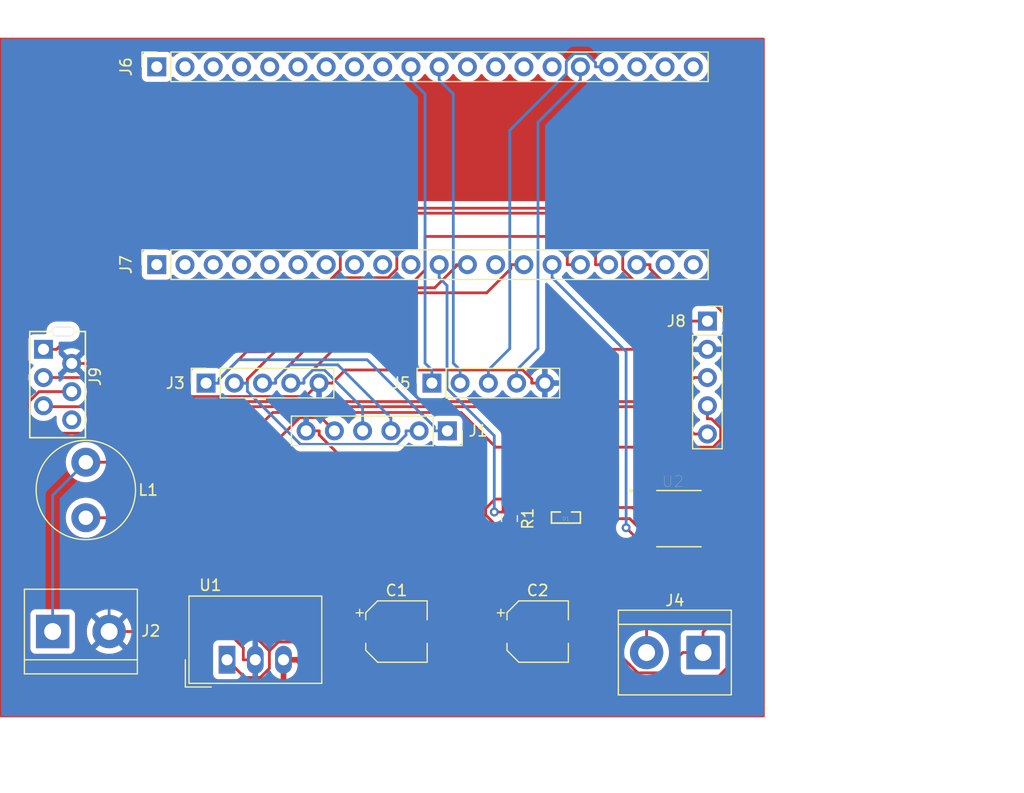
<source format=kicad_pcb>
(kicad_pcb (version 20211014) (generator pcbnew)
  (layers (0 "F.Cu" signal) (31 "B.Cu" signal) (34 "B.Paste" user) (35 "F.Paste" user) (36 "B.SilkS" user "B.Silkscreen") (37 "F.SilkS" user "F.Silkscreen") (38 "B.Mask" user) (39 "F.Mask" user) (44 "Edge.Cuts" user))
  (net 0 "")
  (net 1 "VCC")
  (net 2 "GND")
  (net 3 "Net-(C2-Pad1)")
  (net 4 "/B")
  (net 5 "/A")
  (net 6 "/Ta4")
  (net 7 "/Ta3")
  (net 8 "/Ta2")
  (net 9 "/Ta1")
  (net 17 "/serial_enable")
  (net 18 "+3V3")
  (net 19 "/TDO")
  (net 20 "/TDI")
  (net 21 "/TCK")
  (net 22 "/TMS")
  (net 23 "/serial_in")
  (net 24 "/serial_out")
  (net 25 "/Rel1")
  (net 26 "/Rel2")
  (net 27 "/Rel3")
  (net 28 "/Rel4")
  (footprint "Capacitor_SMD:CP_Elec_5x5.3" (layer "F.Cu") (at 147.32 116.84)
    (fp_text reference "C1" (at 0 -3.7) (layer "F.SilkS"))
    (fp_text value "4.7u 25V")
    (fp_line (start 2.76 -2.76) (end 2.76 -1.06) (layer "F.SilkS") (width 0.12))
    (fp_line (start -3.625 -1.685) (end -3 -1.685) (layer "F.SilkS") (width 0.12))
    (fp_line (start -3.3125 -1.9975) (end -3.3125 -1.3725) (layer "F.SilkS") (width 0.12))
    (fp_line (start -2.76 1.695563) (end -1.695563 2.76) (layer "F.SilkS") (width 0.12))
    (fp_line (start -1.695563 2.76) (end 2.76 2.76) (layer "F.SilkS") (width 0.12))
    (fp_line (start -2.76 -1.695563) (end -2.76 -1.06) (layer "F.SilkS") (width 0.12))
    (fp_line (start -2.76 -1.695563) (end -1.695563 -2.76) (layer "F.SilkS") (width 0.12))
    (fp_line (start 2.76 2.76) (end 2.76 1.06) (layer "F.SilkS") (width 0.12))
    (fp_line (start -2.76 1.695563) (end -2.76 1.06) (layer "F.SilkS") (width 0.12))
    (fp_line (start -1.695563 -2.76) (end 2.76 -2.76) (layer "F.SilkS") (width 0.12))
    (pad "1" smd roundrect locked (at -2.2 0) (size 3 1.6) (layers "F.Cu" "F.Paste" "F.Mask") (roundrect_rratio 0.15625) (net 1 "VCC"))
    (pad "2" smd roundrect locked (at 2.2 0) (size 3 1.6) (layers "F.Cu" "F.Paste" "F.Mask") (roundrect_rratio 0.15625) (net 2 "GND"))
  )
  (footprint "Capacitor_SMD:CP_Elec_5x5.3" (layer "F.Cu") (at 160.02 116.84)
    (fp_text reference "C2" (at 0 -3.7) (layer "F.SilkS"))
    (fp_text value "4.7u 25V")
    (fp_line (start 2.76 -2.76) (end 2.76 -1.06) (layer "F.SilkS") (width 0.12))
    (fp_line (start -2.76 -1.695563) (end -1.695563 -2.76) (layer "F.SilkS") (width 0.12))
    (fp_line (start -1.695563 2.76) (end 2.76 2.76) (layer "F.SilkS") (width 0.12))
    (fp_line (start -3.3125 -1.9975) (end -3.3125 -1.3725) (layer "F.SilkS") (width 0.12))
    (fp_line (start -3.625 -1.685) (end -3 -1.685) (layer "F.SilkS") (width 0.12))
    (fp_line (start 2.76 2.76) (end 2.76 1.06) (layer "F.SilkS") (width 0.12))
    (fp_line (start -2.76 1.695563) (end -1.695563 2.76) (layer "F.SilkS") (width 0.12))
    (fp_line (start -2.76 -1.695563) (end -2.76 -1.06) (layer "F.SilkS") (width 0.12))
    (fp_line (start -2.76 1.695563) (end -2.76 1.06) (layer "F.SilkS") (width 0.12))
    (fp_line (start -1.695563 -2.76) (end 2.76 -2.76) (layer "F.SilkS") (width 0.12))
    (pad "1" smd roundrect locked (at -2.2 0) (size 3 1.6) (layers "F.Cu" "F.Paste" "F.Mask") (roundrect_rratio 0.15625) (net 3 "Net-(C2-Pad1)"))
    (pad "2" smd roundrect locked (at 2.2 0) (size 3 1.6) (layers "F.Cu" "F.Paste" "F.Mask") (roundrect_rratio 0.15625) (net 2 "GND"))
  )
  (footprint "traeger:SOT-23-3" (layer "F.Cu") (at 162.56 106.68)
    (fp_text reference "D1" (at 0 0) (layer "F.SilkS") (effects (font (size 0.320221 0.320221) (thickness 0.015))))
    (fp_text value "CDSOT23-SM712")
    (fp_line (start 1.3 -0.6) (end 0.5 -0.6) (layer "F.SilkS") (width 0.15))
    (fp_line (start -1.3 -0.6) (end -1.3 0.4) (layer "F.SilkS") (width 0.15))
    (fp_line (start 1.3 0.4) (end 1.3 -0.6) (layer "F.SilkS") (width 0.15))
    (fp_line (start -0.5 -0.6) (end -1.3 -0.6) (layer "F.SilkS") (width 0.15))
    (fp_line (start -1.3 0.4) (end 1.3 0.4) (layer "F.SilkS") (width 0.15))
    (pad "1" smd rect locked (at -0.95 1) (size 0.802 0.972) (layers "F.Cu" "F.Paste" "F.Mask") (net 4 "/B"))
    (pad "2" smd rect locked (at 0.95 1) (size 0.802 0.972) (layers "F.Cu" "F.Paste" "F.Mask") (net 5 "/A"))
    (pad "3" smd rect locked (at 0 -1) (size 0.802 0.972) (layers "F.Cu" "F.Paste" "F.Mask") (net 2 "GND"))
  )
  (footprint "Connector_PinSocket_2.54mm:PinSocket_1x06_P2.54mm_Vertical" (layer "F.Cu") (at 151.895 98.78 -90)
    (fp_text reference "J1" (at 0 -2.77 180) (layer "F.SilkS"))
    (fp_text value "Rel_Con")
    (fp_line (start -1.33 1.27) (end 1.33 1.27) (layer "F.SilkS") (width 0.12))
    (fp_line (start 1.33 -1.33) (end 1.33 0) (layer "F.SilkS") (width 0.12))
    (fp_line (start 1.33 1.27) (end 1.33 14.03) (layer "F.SilkS") (width 0.12))
    (fp_line (start -1.33 14.03) (end 1.33 14.03) (layer "F.SilkS") (width 0.12))
    (fp_line (start 0 -1.33) (end 1.33 -1.33) (layer "F.SilkS") (width 0.12))
    (fp_line (start -1.33 1.27) (end -1.33 14.03) (layer "F.SilkS") (width 0.12))
    (pad "1" thru_hole rect locked (at 0 0 270) (size 1.7 1.7) (drill 1) (layers *.Cu *.Mask) (net 25 "/Rel1"))
    (pad "2" thru_hole oval locked (at 0 2.54 270) (size 1.7 1.7) (drill 1) (layers *.Cu *.Mask) (net 26 "/Rel2"))
    (pad "3" thru_hole oval locked (at 0 5.08 270) (size 1.7 1.7) (drill 1) (layers *.Cu *.Mask) (net 27 "/Rel3"))
    (pad "4" thru_hole oval locked (at 0 7.62 270) (size 1.7 1.7) (drill 1) (layers *.Cu *.Mask) (net 28 "/Rel4"))
    (pad "5" thru_hole oval locked (at 0 10.16 270) (size 1.7 1.7) (drill 1) (layers *.Cu *.Mask) (net 1 "VCC"))
    (pad "6" thru_hole oval locked (at 0 12.7 270) (size 1.7 1.7) (drill 1) (layers *.Cu *.Mask) (net 2 "GND"))
  )
  (footprint "TerminalBlock:TerminalBlock_bornier-2_P5.08mm" (layer "F.Cu") (at 116.395 116.84)
    (fp_text reference "J2" (at 8.827 -0.055) (layer "F.SilkS"))
    (fp_text value "Power_Con")
    (fp_line (start 7.62 3.81) (end 7.62 -3.81) (layer "F.SilkS") (width 0.12))
    (fp_line (start 7.62 2.54) (end -2.54 2.54) (layer "F.SilkS") (width 0.12))
    (fp_line (start -2.54 -3.81) (end -2.54 3.81) (layer "F.SilkS") (width 0.12))
    (fp_line (start 7.62 -3.81) (end -2.54 -3.81) (layer "F.SilkS") (width 0.12))
    (fp_line (start -2.54 3.81) (end 7.62 3.81) (layer "F.SilkS") (width 0.12))
    (pad "1" thru_hole rect locked (at 0 0) (size 3 3) (drill 1.52) (layers *.Cu *.Mask) (net 1 "VCC"))
    (pad "2" thru_hole circle locked (at 5.08 0) (size 3 3) (drill 1.52) (layers *.Cu *.Mask) (net 2 "GND"))
  )
  (footprint "Connector_PinSocket_2.54mm:PinSocket_1x05_P2.54mm_Vertical" (layer "F.Cu") (at 130.195 94.48 90)
    (fp_text reference "J3" (at 0 -2.77 180) (layer "F.SilkS"))
    (fp_text value "Led_Con")
    (fp_line (start -1.33 1.27) (end 1.33 1.27) (layer "F.SilkS") (width 0.12))
    (fp_line (start 0 -1.33) (end 1.33 -1.33) (layer "F.SilkS") (width 0.12))
    (fp_line (start 1.33 -1.33) (end 1.33 0) (layer "F.SilkS") (width 0.12))
    (fp_line (start -1.33 1.27) (end -1.33 11.49) (layer "F.SilkS") (width 0.12))
    (fp_line (start -1.33 11.49) (end 1.33 11.49) (layer "F.SilkS") (width 0.12))
    (fp_line (start 1.33 1.27) (end 1.33 11.49) (layer "F.SilkS") (width 0.12))
    (pad "1" thru_hole rect locked (at 0 0 90) (size 1.7 1.7) (drill 1) (layers *.Cu *.Mask) (net 25 "/Rel1"))
    (pad "2" thru_hole oval locked (at 0 2.54 90) (size 1.7 1.7) (drill 1) (layers *.Cu *.Mask) (net 26 "/Rel2"))
    (pad "3" thru_hole oval locked (at 0 5.08 90) (size 1.7 1.7) (drill 1) (layers *.Cu *.Mask) (net 27 "/Rel3"))
    (pad "4" thru_hole oval locked (at 0 7.62 90) (size 1.7 1.7) (drill 1) (layers *.Cu *.Mask) (net 28 "/Rel4"))
    (pad "5" thru_hole oval locked (at 0 10.16 90) (size 1.7 1.7) (drill 1) (layers *.Cu *.Mask) (net 2 "GND"))
  )
  (footprint "TerminalBlock:TerminalBlock_bornier-2_P5.08mm" (layer "F.Cu") (at 174.895 118.73 180)
    (fp_text reference "J4" (at 2.54 4.684) (layer "F.SilkS"))
    (fp_text value "RS485_Con")
    (fp_line (start 7.62 2.54) (end -2.54 2.54) (layer "F.SilkS") (width 0.12))
    (fp_line (start -2.54 3.81) (end 7.62 3.81) (layer "F.SilkS") (width 0.12))
    (fp_line (start 7.62 3.81) (end 7.62 -3.81) (layer "F.SilkS") (width 0.12))
    (fp_line (start -2.54 -3.81) (end -2.54 3.81) (layer "F.SilkS") (width 0.12))
    (fp_line (start 7.62 -3.81) (end -2.54 -3.81) (layer "F.SilkS") (width 0.12))
    (pad "1" thru_hole rect locked (at 0 0 180) (size 3 3) (drill 1.52) (layers *.Cu *.Mask) (net 4 "/B"))
    (pad "2" thru_hole circle locked (at 5.08 0 180) (size 3 3) (drill 1.52) (layers *.Cu *.Mask) (net 5 "/A"))
  )
  (footprint "Connector_PinSocket_2.54mm:PinSocket_1x05_P2.54mm_Vertical" (layer "F.Cu") (at 150.505 94.48 90)
    (fp_text reference "J5" (at 0 -2.77 180) (layer "F.SilkS"))
    (fp_text value "Ta_Con")
    (fp_line (start 0 -1.33) (end 1.33 -1.33) (layer "F.SilkS") (width 0.12))
    (fp_line (start -1.33 11.49) (end 1.33 11.49) (layer "F.SilkS") (width 0.12))
    (fp_line (start -1.33 1.27) (end -1.33 11.49) (layer "F.SilkS") (width 0.12))
    (fp_line (start 1.33 1.27) (end 1.33 11.49) (layer "F.SilkS") (width 0.12))
    (fp_line (start -1.33 1.27) (end 1.33 1.27) (layer "F.SilkS") (width 0.12))
    (fp_line (start 1.33 -1.33) (end 1.33 0) (layer "F.SilkS") (width 0.12))
    (pad "1" thru_hole rect locked (at 0 0 90) (size 1.7 1.7) (drill 1) (layers *.Cu *.Mask) (net 9 "/Ta1"))
    (pad "2" thru_hole oval locked (at 0 2.54 90) (size 1.7 1.7) (drill 1) (layers *.Cu *.Mask) (net 8 "/Ta2"))
    (pad "3" thru_hole oval locked (at 0 5.08 90) (size 1.7 1.7) (drill 1) (layers *.Cu *.Mask) (net 7 "/Ta3"))
    (pad "4" thru_hole oval locked (at 0 7.62 90) (size 1.7 1.7) (drill 1) (layers *.Cu *.Mask) (net 6 "/Ta4"))
    (pad "5" thru_hole oval locked (at 0 10.16 90) (size 1.7 1.7) (drill 1) (layers *.Cu *.Mask) (net 2 "GND"))
  )
  (footprint "Connector_PinSocket_2.54mm:PinSocket_1x20_P2.54mm_Vertical" (layer "F.Cu") (at 125.76 66.015 90)
    (fp_text reference "J6" (at 0 -2.77 90) (layer "F.SilkS"))
    (fp_text value "FPGA_ConnL")
    (fp_line (start 0 -1.33) (end 1.33 -1.33) (layer "F.SilkS") (width 0.12))
    (fp_line (start -1.33 1.27) (end -1.33 49.59) (layer "F.SilkS") (width 0.12))
    (fp_line (start -1.33 49.59) (end 1.33 49.59) (layer "F.SilkS") (width 0.12))
    (fp_line (start 1.33 -1.33) (end 1.33 0) (layer "F.SilkS") (width 0.12))
    (fp_line (start 1.33 1.27) (end 1.33 49.59) (layer "F.SilkS") (width 0.12))
    (fp_line (start -1.33 1.27) (end 1.33 1.27) (layer "F.SilkS") (width 0.12))
    (pad "1" thru_hole rect (at 0 0 90) (size 1.7 1.7) (drill 1) (layers *.Cu *.Mask))
    (pad "2" thru_hole oval (at 0 2.54 90) (size 1.7 1.7) (drill 1) (layers *.Cu *.Mask))
    (pad "3" thru_hole oval (at 0 5.08 90) (size 1.7 1.7) (drill 1) (layers *.Cu *.Mask))
    (pad "4" thru_hole oval (at 0 7.62 90) (size 1.7 1.7) (drill 1) (layers *.Cu *.Mask))
    (pad "5" thru_hole oval (at 0 10.16 90) (size 1.7 1.7) (drill 1) (layers *.Cu *.Mask))
    (pad "6" thru_hole oval (at 0 12.7 90) (size 1.7 1.7) (drill 1) (layers *.Cu *.Mask))
    (pad "7" thru_hole oval (at 0 15.24 90) (size 1.7 1.7) (drill 1) (layers *.Cu *.Mask))
    (pad "8" thru_hole oval (at 0 17.78 90) (size 1.7 1.7) (drill 1) (layers *.Cu *.Mask))
    (pad "9" thru_hole oval (at 0 20.32 90) (size 1.7 1.7) (drill 1) (layers *.Cu *.Mask))
    (pad "10" thru_hole oval (at 0 22.86 90) (size 1.7 1.7) (drill 1) (layers *.Cu *.Mask) (net 9 "/Ta1"))
    (pad "11" thru_hole oval (at 0 25.4 90) (size 1.7 1.7) (drill 1) (layers *.Cu *.Mask) (net 8 "/Ta2"))
    (pad "12" thru_hole oval (at 0 27.94 90) (size 1.7 1.7) (drill 1) (layers *.Cu *.Mask))
    (pad "13" thru_hole oval (at 0 30.48 90) (size 1.7 1.7) (drill 1) (layers *.Cu *.Mask))
    (pad "14" thru_hole oval (at 0 33.02 90) (size 1.7 1.7) (drill 1) (layers *.Cu *.Mask))
    (pad "15" thru_hole oval (at 0 35.56 90) (size 1.7 1.7) (drill 1) (layers *.Cu *.Mask))
    (pad "16" thru_hole oval (at 0 38.1 90) (size 1.7 1.7) (drill 1) (layers *.Cu *.Mask) (net 6 "/Ta4"))
    (pad "17" thru_hole oval (at 0 40.64 90) (size 1.7 1.7) (drill 1) (layers *.Cu *.Mask) (net 7 "/Ta3"))
    (pad "18" thru_hole oval (at 0 43.18 90) (size 1.7 1.7) (drill 1) (layers *.Cu *.Mask))
    (pad "19" thru_hole oval (at 0 45.72 90) (size 1.7 1.7) (drill 1) (layers *.Cu *.Mask))
    (pad "20" thru_hole oval (at 0 48.26 90) (size 1.7 1.7) (drill 1) (layers *.Cu *.Mask))
  )
  (footprint "Connector_PinSocket_2.54mm:PinSocket_1x20_P2.54mm_Vertical" (layer "F.Cu") (at 125.76 83.82 90)
    (fp_text reference "J7" (at 0 -2.77 90) (layer "F.SilkS"))
    (fp_text value "FPGA_ConnR")
    (fp_line (start 0 -1.33) (end 1.33 -1.33) (layer "F.SilkS") (width 0.12))
    (fp_line (start -1.33 1.27) (end -1.33 49.59) (layer "F.SilkS") (width 0.12))
    (fp_line (start 1.33 1.27) (end 1.33 49.59) (layer "F.SilkS") (width 0.12))
    (fp_line (start -1.33 1.27) (end 1.33 1.27) (layer "F.SilkS") (width 0.12))
    (fp_line (start -1.33 49.59) (end 1.33 49.59) (layer "F.SilkS") (width 0.12))
    (fp_line (start 1.33 -1.33) (end 1.33 0) (layer "F.SilkS") (width 0.12))
    (pad "1" thru_hole rect (at 0 0 90) (size 1.7 1.7) (drill 1) (layers *.Cu *.Mask))
    (pad "2" thru_hole oval (at 0 2.54 90) (size 1.7 1.7) (drill 1) (layers *.Cu *.Mask))
    (pad "3" thru_hole oval (at 0 5.08 90) (size 1.7 1.7) (drill 1) (layers *.Cu *.Mask))
    (pad "4" thru_hole oval (at 0 7.62 90) (size 1.7 1.7) (drill 1) (layers *.Cu *.Mask))
    (pad "5" thru_hole oval (at 0 10.16 90) (size 1.7 1.7) (drill 1) (layers *.Cu *.Mask))
    (pad "6" thru_hole oval (at 0 12.7 90) (size 1.7 1.7) (drill 1) (layers *.Cu *.Mask))
    (pad "7" thru_hole oval (at 0 15.24 90) (size 1.7 1.7) (drill 1) (layers *.Cu *.Mask))
    (pad "8" thru_hole oval (at 0 17.78 90) (size 1.7 1.7) (drill 1) (layers *.Cu *.Mask))
    (pad "9" thru_hole oval (at 0 20.32 90) (size 1.7 1.7) (drill 1) (layers *.Cu *.Mask))
    (pad "10" thru_hole oval (at 0 22.86 90) (size 1.7 1.7) (drill 1) (layers *.Cu *.Mask))
    (pad "11" thru_hole oval (at 0 25.4 90) (size 1.7 1.7) (drill 1) (layers *.Cu *.Mask) (net 17 "/serial_enable"))
    (pad "12" thru_hole oval (at 0 27.94 90) (size 1.7 1.7) (drill 1) (layers *.Cu *.Mask) (net 27 "/Rel3"))
    (pad "13" thru_hole oval (at 0 30.48 90) (size 1.7 1.7) (drill 1) (layers *.Cu *.Mask))
    (pad "14" thru_hole oval (at 0 33.02 90) (size 1.7 1.7) (drill 1) (layers *.Cu *.Mask) (net 28 "/Rel4"))
    (pad "15" thru_hole oval (at 0 35.56 90) (size 1.7 1.7) (drill 1) (layers *.Cu *.Mask) (net 24 "/serial_out"))
    (pad "16" thru_hole oval (at 0 38.1 90) (size 1.7 1.7) (drill 1) (layers *.Cu *.Mask) (net 26 "/Rel2"))
    (pad "17" thru_hole oval (at 0 40.64 90) (size 1.7 1.7) (drill 1) (layers *.Cu *.Mask) (net 25 "/Rel1"))
    (pad "18" thru_hole oval (at 0 43.18 90) (size 1.7 1.7) (drill 1) (layers *.Cu *.Mask) (net 23 "/serial_in"))
    (pad "19" thru_hole oval (at 0 45.72 90) (size 1.7 1.7) (drill 1) (layers *.Cu *.Mask))
    (pad "20" thru_hole oval (at 0 48.26 90) (size 1.7 1.7) (drill 1) (layers *.Cu *.Mask))
  )
  (footprint "Connector_PinSocket_2.54mm:PinSocket_1x05_P2.54mm_Vertical" (layer "F.Cu") (at 175.285 88.9)
    (fp_text reference "J8" (at -2.794 0) (layer "F.SilkS"))
    (fp_text value "FPGA_Prog_Con")
    (fp_line (start -1.33 1.27) (end 1.33 1.27) (layer "F.SilkS") (width 0.12))
    (fp_line (start -1.33 11.49) (end 1.33 11.49) (layer "F.SilkS") (width 0.12))
    (fp_line (start 1.33 -1.33) (end 1.33 0) (layer "F.SilkS") (width 0.12))
    (fp_line (start 1.33 1.27) (end 1.33 11.49) (layer "F.SilkS") (width 0.12))
    (fp_line (start -1.33 1.27) (end -1.33 11.49) (layer "F.SilkS") (width 0.12))
    (fp_line (start 0 -1.33) (end 1.33 -1.33) (layer "F.SilkS") (width 0.12))
    (pad "1" thru_hole rect locked (at 0 0) (size 1.7 1.7) (drill 1) (layers *.Cu *.Mask) (net 19 "/TDO"))
    (pad "2" thru_hole oval locked (at 0 2.54) (size 1.7 1.7) (drill 1) (layers *.Cu *.Mask) (net 2 "GND"))
    (pad "3" thru_hole oval locked (at 0 5.08) (size 1.7 1.7) (drill 1) (layers *.Cu *.Mask) (net 20 "/TDI"))
    (pad "4" thru_hole oval locked (at 0 7.62) (size 1.7 1.7) (drill 1) (layers *.Cu *.Mask) (net 21 "/TCK"))
    (pad "5" thru_hole oval locked (at 0 10.16) (size 1.7 1.7) (drill 1) (layers *.Cu *.Mask) (net 22 "/TMS"))
  )
  (footprint "Inductor_THT:L_Radial_D8.7mm_P5.00mm_Fastron_07HCP" (layer "F.Cu") (at 119.38 101.6 -90)
    (fp_text reference "L1" (at 2.5 -5.6 180) (layer "F.SilkS"))
    (fp_text value "8.2uH 1.5A 0.08R")
    (fp_circle (center 2.5 0) (end 6.97 0) (layer "F.SilkS") (width 0.12) (fill none))
    (pad "1" thru_hole circle locked (at 0 0 270) (size 2.6 2.6) (drill 1.3) (layers *.Cu *.Mask) (net 1 "VCC"))
    (pad "2" thru_hole circle locked (at 5 0 270) (size 2.6 2.6) (drill 1.3) (layers *.Cu *.Mask) (net 3 "Net-(C2-Pad1)"))
  )
  (footprint "Resistor_SMD:R_0805_2012Metric" (layer "F.Cu") (at 157.48 106.68 -90)
    (fp_text reference "R1" (at 0 -1.65 90) (layer "F.SilkS"))
    (fp_text value "1k")
    (fp_line (start -0.258578 0.71) (end 0.258578 0.71) (layer "F.SilkS") (width 0.12))
    (fp_line (start -0.258578 -0.71) (end 0.258578 -0.71) (layer "F.SilkS") (width 0.12))
    (pad "1" smd roundrect locked (at -0.9375 0 270) (size 0.975 1.4) (layers "F.Cu" "F.Paste" "F.Mask") (net 17 "/serial_enable"))
    (pad "2" smd roundrect locked (at 0.9375 0 270) (size 0.975 1.4) (layers "F.Cu" "F.Paste" "F.Mask") (net 2 "GND"))
  )
  (footprint "Converter_DCDC:Converter_DCDC_TRACO_TSR-1_THT" (layer "F.Cu") (at 132.08 119.38)
    (fp_text reference "U1" (at -1.5 -6.71) (layer "F.SilkS"))
    (fp_text value "TSR_1-2433")
    (fp_line (start 8.52 2.12) (end -3.42 2.12) (layer "F.SilkS") (width 0.12))
    (fp_line (start 8.52 -5.73) (end 8.52 2.12) (layer "F.SilkS") (width 0.12))
    (fp_line (start -3.75 0) (end -3.75 2.45) (layer "F.SilkS") (width 0.12))
    (fp_line (start -3.75 2.45) (end -1.42 2.45) (layer "F.SilkS") (width 0.12))
    (fp_line (start -3.42 2.12) (end -3.42 -5.73) (layer "F.SilkS") (width 0.12))
    (fp_line (start -3.42 -5.73) (end 8.52 -5.73) (layer "F.SilkS") (width 0.12))
    (pad "1" thru_hole rect locked (at 0 0) (size 1.5 2.5) (drill 1) (layers *.Cu *.Mask) (net 3 "Net-(C2-Pad1)"))
    (pad "2" thru_hole oval locked (at 2.54 0) (size 1.5 2.5) (drill 1) (layers *.Cu *.Mask) (net 2 "GND"))
    (pad "3" thru_hole oval locked (at 5.08 0) (size 1.5 2.5) (drill 1) (layers *.Cu *.Mask) (net 18 "+3V3"))
  )
  (footprint "traeger:SOIC127P600X175-8N" (layer "F.Cu") (at 172.72 106.68)
    (fp_text reference "U2" (at -0.535 -3.342) (layer "F.SilkS") (effects (font (thickness 0.015))))
    (fp_text value "SP3078E")
    (fp_line (start -2 2.53) (end 2 2.53) (layer "F.SilkS") (width 0.127))
    (fp_line (start -2 -2.53) (end 2 -2.53) (layer "F.SilkS") (width 0.127))
    (fp_circle (center -4.315 -2.515) (end -4.215 -2.515) (layer "F.SilkS") (width 0.2) (fill none))
    (pad "1" smd rect locked (at -2.605 -1.905) (size 1.71 0.61) (layers "F.Cu" "F.Paste" "F.Mask") (net 23 "/serial_in"))
    (pad "2" smd rect locked (at -2.605 -0.635) (size 1.71 0.61) (layers "F.Cu" "F.Paste" "F.Mask") (net 2 "GND"))
    (pad "3" smd rect locked (at -2.605 0.635) (size 1.71 0.61) (layers "F.Cu" "F.Paste" "F.Mask") (net 17 "/serial_enable"))
    (pad "4" smd rect locked (at -2.605 1.905) (size 1.71 0.61) (layers "F.Cu" "F.Paste" "F.Mask") (net 24 "/serial_out"))
    (pad "5" smd rect locked (at 2.605 1.905) (size 1.71 0.61) (layers "F.Cu" "F.Paste" "F.Mask") (net 2 "GND"))
    (pad "6" smd rect locked (at 2.605 0.635) (size 1.71 0.61) (layers "F.Cu" "F.Paste" "F.Mask") (net 5 "/A"))
    (pad "7" smd rect locked (at 2.605 -0.635) (size 1.71 0.61) (layers "F.Cu" "F.Paste" "F.Mask") (net 4 "/B"))
    (pad "8" smd rect locked (at 2.605 -1.905) (size 1.71 0.61) (layers "F.Cu" "F.Paste" "F.Mask") (net 18 "+3V3"))
  )
  (footprint "traeger:micromatch_2x3pol" (layer "F.Cu") (at 116.84 93.98 90)
    (fp_text reference "J9" (at 0.094 3.374 90) (layer "F.SilkS"))
    (fp_text value "MicroMatch")
    (fp_line (start -5.41 2.5) (end 4.14 2.5) (layer "F.SilkS") (width 0.15))
    (fp_line (start -5.41 -2.5) (end 4.14 -2.5) (layer "F.SilkS") (width 0.15))
    (fp_line (start 4.14 -2.5) (end 4.14 2.5) (layer "F.SilkS") (width 0.15))
    (fp_line (start -5.41 2.5) (end -5.41 -2.5) (layer "F.SilkS") (width 0.15))
    (pad "" thru_hole oval locked (at 4.14 0.5 90) (size 0.8 2) (drill oval 0.8 2) (layers *.Cu *.Mask))
    (pad "1" thru_hole rect locked (at 2.54 -1.27 90) (size 1.7 1.7) (drill 1) (layers *.Cu *.Mask) (net 19 "/TDO"))
    (pad "2" thru_hole circle locked (at 1.27 1.27 90) (size 1.7 1.7) (drill 1) (layers *.Cu *.Mask) (net 2 "GND"))
    (pad "3" thru_hole circle locked (at 0 -1.27 90) (size 1.7 1.7) (drill 1) (layers *.Cu *.Mask) (net 20 "/TDI"))
    (pad "4" thru_hole circle locked (at -1.27 1.27 90) (size 1.7 1.7) (drill 1) (layers *.Cu *.Mask) (net 21 "/TCK"))
    (pad "5" thru_hole circle locked (at -2.54 -1.27 90) (size 1.7 1.7) (drill 1) (layers *.Cu *.Mask) (net 22 "/TMS"))
    (pad "6" thru_hole circle locked (at -3.81 1.27 90) (size 1.7 1.7) (drill 1) (layers *.Cu *.Mask))
  )
  (gr_rect (start 180.34 63.5) (end 111.76 124.46) (layer "F.Cu") (width 0.2) (fill none))
  (segment (start 132.4605 103.75) (end 132.4605 104.1805) (width 0.25) (layer "F.Cu") (net 1))
  (segment (start 119.38 101.6) (end 130.3105 101.6) (width 0.25) (layer "F.Cu") (net 1))
  (segment (start 138.6207 97.5898) (end 140.5448 97.5898) (width 0.25) (layer "F.Cu") (net 1))
  (segment (start 130.3105 101.6) (end 132.4605 103.75) (width 0.25) (layer "F.Cu") (net 1))
  (segment (start 132.4605 103.75) (end 138.6207 97.5898) (width 0.25) (layer "F.Cu") (net 1))
  (segment (start 140.5448 97.5898) (end 141.735 98.78) (width 0.25) (layer "F.Cu") (net 1))
  (segment (start 132.4605 104.1805) (end 145.12 116.84) (width 0.25) (layer "F.Cu") (net 1))
  (segment (start 116.395 104.585) (end 116.395 116.84) (width 0.25) (layer "B.Cu") (net 1))
  (segment (start 119.38 101.6) (end 116.395 104.585) (width 0.25) (layer "B.Cu") (net 1))
  (segment (start 156.6106 107.6175) (end 157.48 107.6175) (width 0.25) (layer "F.Cu") (net 2))
  (segment (start 157.48 112.1) (end 162.22 116.84) (width 0.25) (layer "F.Cu") (net 2))
  (segment (start 170.115 106.045) (end 168.9331 106.045) (width 0.25) (layer "F.Cu") (net 2))
  (segment (start 140.3719 98.78) (end 140.3719 99.1478) (width 0.25) (layer "F.Cu") (net 2))
  (segment (start 170.115 106.045) (end 171.2969 106.045) (width 0.25) (layer "F.Cu") (net 2))
  (segment (start 146.9925 105.7684) (end 155.3394 105.7684) (width 0.25) (layer "F.Cu") (net 2))
  (segment (start 140.3719 99.1478) (end 146.9925 105.7684) (width 0.25) (layer "F.Cu") (net 2))
  (segment (start 157.48 112.1) (end 154.26 112.1) (width 0.25) (layer "F.Cu") (net 2))
  (segment (start 171.9316 106.6797) (end 176.3142 106.6797) (width 0.25) (layer "F.Cu") (net 2))
  (segment (start 124.8555 92.71) (end 118.11 92.71) (width 0.25) (layer "F.Cu") (net 2))
  (segment (start 139.195 98.78) (end 140.3719 98.78) (width 0.25) (layer "F.Cu") (net 2))
  (segment (start 139.1463 95.6887) (end 127.8342 95.6887) (width 0.25) (layer "F.Cu") (net 2))
  (segment (start 134.62 119.38) (end 133.5431 119.38) (width 0.25) (layer "F.Cu") (net 2))
  (segment (start 155.3394 106.3463) (end 156.6106 107.6175) (width 0.25) (layer "F.Cu") (net 2))
  (segment (start 133.5431 119.38) (end 133.5431 118.3031) (width 0.25) (layer "F.Cu") (net 2))
  (segment (start 175.285 91.44) (end 164.8819 91.44) (width 0.25) (layer "F.Cu") (net 2))
  (segment (start 164.8819 91.44) (end 161.8419 94.48) (width 0.25) (layer "F.Cu") (net 2))
  (segment (start 161.0711 104.919) (end 156.1888 104.919) (width 0.25) (layer "F.Cu") (net 2))
  (segment (start 156.1888 104.919) (end 155.3394 105.7684) (width 0.25) (layer "F.Cu") (net 2))
  (segment (start 141.5319 94.48) (end 142.7142 93.2977) (width 0.25) (layer "F.Cu") (net 2))
  (segment (start 140.355 94.48) (end 139.1463 95.6887) (width 0.25) (layer "F.Cu") (net 2))
  (segment (start 154.26 112.1) (end 149.52 116.84) (width 0.25) (layer "F.Cu") (net 2))
  (segment (start 160.665 94.48) (end 161.8419 94.48) (width 0.25) (layer "F.Cu") (net 2))
  (segment (start 168.5681 105.68) (end 162.56 105.68) (width 0.25) (layer "F.Cu") (net 2))
  (segment (start 132.08 116.84) (end 121.475 116.84) (width 0.25) (layer "F.Cu") (net 2))
  (segment (start 157.48 107.6175) (end 157.48 112.1) (width 0.25) (layer "F.Cu") (net 2))
  (segment (start 160.665 94.48) (end 159.4881 94.48) (width 0.25) (layer "F.Cu") (net 2))
  (segment (start 175.325 108.585) (end 176.5069 108.585) (width 0.25) (layer "F.Cu") (net 2))
  (segment (start 127.8342 95.6887) (end 124.8555 92.71) (width 0.25) (layer "F.Cu") (net 2))
  (segment (start 162.56 105.68) (end 161.8321 105.68) (width 0.25) (layer "F.Cu") (net 2))
  (segment (start 155.3394 105.7684) (end 155.3394 106.3463) (width 0.25) (layer "F.Cu") (net 2))
  (segment (start 176.3142 106.6797) (end 176.5069 106.8724) (width 0.25) (layer "F.Cu") (net 2))
  (segment (start 133.5431 118.3031) (end 132.08 116.84) (width 0.25) (layer "F.Cu") (net 2))
  (segment (start 159.4881 94.1142) (end 159.4881 94.48) (width 0.25) (layer "F.Cu") (net 2))
  (segment (start 171.2969 106.045) (end 171.9316 106.6797) (width 0.25) (layer "F.Cu") (net 2))
  (segment (start 176.5069 106.8724) (end 176.5069 108.585) (width 0.25) (layer "F.Cu") (net 2))
  (segment (start 140.355 94.48) (end 141.5319 94.48) (width 0.25) (layer "F.Cu") (net 2))
  (segment (start 158.6716 93.2977) (end 159.4881 94.1142) (width 0.25) (layer "F.Cu") (net 2))
  (segment (start 142.7142 93.2977) (end 158.6716 93.2977) (width 0.25) (layer "F.Cu") (net 2))
  (segment (start 161.8321 105.68) (end 161.0711 104.919) (width 0.25) (layer "F.Cu") (net 2))
  (segment (start 168.9331 106.045) (end 168.5681 105.68) (width 0.25) (layer "F.Cu") (net 2))
  (segment (start 121.475 96.075) (end 121.475 116.84) (width 0.25) (layer "B.Cu") (net 2))
  (segment (start 140.355 96.4431) (end 139.195 97.6031) (width 0.25) (layer "B.Cu") (net 2))
  (segment (start 139.195 98.78) (end 139.195 97.6031) (width 0.25) (layer "B.Cu") (net 2))
  (segment (start 140.355 94.48) (end 140.355 96.4431) (width 0.25) (layer "B.Cu") (net 2))
  (segment (start 118.11 92.71) (end 121.475 96.075) (width 0.25) (layer "B.Cu") (net 2))
  (segment (start 133.6767 120.9767) (end 135.0693 120.9767) (width 0.25) (layer "F.Cu") (net 3))
  (segment (start 123.9068 106.6) (end 119.38 106.6) (width 0.25) (layer "F.Cu") (net 3))
  (segment (start 135.89 120.156) (end 135.89 118.5832) (width 0.25) (layer "F.Cu") (net 3))
  (segment (start 138.0456 117.7766) (end 138.2521 117.9831) (width 0.25) (layer "F.Cu") (net 3))
  (segment (start 156.6769 117.9831) (end 157.82 116.84) (width 0.25) (layer "F.Cu") (net 3))
  (segment (start 135.89 118.5832) (end 136.6966 117.7766) (width 0.25) (layer "F.Cu") (net 3))
  (segment (start 132.08 119.38) (end 133.6767 120.9767) (width 0.25) (layer "F.Cu") (net 3))
  (segment (start 138.2521 117.9831) (end 156.6769 117.9831) (width 0.25) (layer "F.Cu") (net 3))
  (segment (start 136.6966 117.7766) (end 138.0456 117.7766) (width 0.25) (layer "F.Cu") (net 3))
  (segment (start 135.89 118.5832) (end 123.9068 106.6) (width 0.25) (layer "F.Cu") (net 3))
  (segment (start 135.0693 120.9767) (end 135.89 120.156) (width 0.25) (layer "F.Cu") (net 3))
  (segment (start 176.5069 106.045) (end 176.9588 106.4969) (width 0.25) (layer "F.Cu") (net 4))
  (segment (start 173.0681 118.73) (end 171.2412 120.5569) (width 0.25) (layer "F.Cu") (net 4))
  (segment (start 176.9588 114.8393) (end 174.895 116.9031) (width 0.25) (layer "F.Cu") (net 4))
  (segment (start 171.2412 120.5569) (end 169.032 120.5569) (width 0.25) (layer "F.Cu") (net 4))
  (segment (start 175.325 106.045) (end 176.5069 106.045) (width 0.25) (layer "F.Cu") (net 4))
  (segment (start 176.9588 106.4969) (end 176.9588 114.8393) (width 0.25) (layer "F.Cu") (net 4))
  (segment (start 174.895 118.73) (end 174.895 116.9031) (width 0.25) (layer "F.Cu") (net 4))
  (segment (start 174.895 118.73) (end 173.0681 118.73) (width 0.25) (layer "F.Cu") (net 4))
  (segment (start 169.032 120.5569) (end 161.61 113.1349) (width 0.25) (layer "F.Cu") (net 4))
  (segment (start 161.61 113.1349) (end 161.61 107.68) (width 0.25) (layer "F.Cu") (net 4))
  (segment (start 163.51 107.68) (end 164.2379 107.68) (width 0.25) (layer "F.Cu") (net 5))
  (segment (start 175.325 107.315) (end 174.1431 107.315) (width 0.25) (layer "F.Cu") (net 5))
  (segment (start 169.815 118.73) (end 169.815 111.6431) (width 0.25) (layer "F.Cu") (net 5))
  (segment (start 164.2379 107.68) (end 168.201 111.6431) (width 0.25) (layer "F.Cu") (net 5))
  (segment (start 169.815 111.6431) (end 174.1431 107.315) (width 0.25) (layer "F.Cu") (net 5))
  (segment (start 168.201 111.6431) (end 169.815 111.6431) (width 0.25) (layer "F.Cu") (net 5))
  (segment (start 158.125 94.48) (end 158.125 93.3031) (width 0.25) (layer "B.Cu") (net 6))
  (segment (start 160.05 91.3781) (end 160.05 71.0019) (width 0.25) (layer "B.Cu") (net 6))
  (segment (start 160.05 71.0019) (end 163.86 67.1919) (width 0.25) (layer "B.Cu") (net 6))
  (segment (start 163.86 66.015) (end 163.86 67.1919) (width 0.25) (layer "B.Cu") (net 6))
  (segment (start 158.125 93.3031) (end 160.05 91.3781) (width 0.25) (layer "B.Cu") (net 6))
  (segment (start 162.59 66.6452) (end 162.59 65.5398) (width 0.25) (layer "B.Cu") (net 7))
  (segment (start 155.585 93.3031) (end 157.51 91.3781) (width 0.25) (layer "B.Cu") (net 7))
  (segment (start 155.585 94.48) (end 155.585 93.3031) (width 0.25) (layer "B.Cu") (net 7))
  (segment (start 163.2962 64.8336) (end 164.4075 64.8336) (width 0.25) (layer "B.Cu") (net 7))
  (segment (start 157.51 91.3781) (end 157.51 71.7252) (width 0.25) (layer "B.Cu") (net 7))
  (segment (start 165.2231 65.6492) (end 165.2231 66.015) (width 0.25) (layer "B.Cu") (net 7))
  (segment (start 162.59 65.5398) (end 163.2962 64.8336) (width 0.25) (layer "B.Cu") (net 7))
  (segment (start 166.4 66.015) (end 165.2231 66.015) (width 0.25) (layer "B.Cu") (net 7))
  (segment (start 157.51 71.7252) (end 162.59 66.6452) (width 0.25) (layer "B.Cu") (net 7))
  (segment (start 164.4075 64.8336) (end 165.2231 65.6492) (width 0.25) (layer "B.Cu") (net 7))
  (segment (start 153.045 93.3031) (end 152.43 92.6881) (width 0.25) (layer "B.Cu") (net 8))
  (segment (start 152.43 68.4619) (end 151.16 67.1919) (width 0.25) (layer "B.Cu") (net 8))
  (segment (start 152.43 92.6881) (end 152.43 68.4619) (width 0.25) (layer "B.Cu") (net 8))
  (segment (start 151.16 66.015) (end 151.16 67.1919) (width 0.25) (layer "B.Cu") (net 8))
  (segment (start 153.045 94.48) (end 153.045 93.3031) (width 0.25) (layer "B.Cu") (net 8))
  (segment (start 148.62 66.015) (end 148.62 67.1919) (width 0.25) (layer "B.Cu") (net 9))
  (segment (start 149.89 92.6881) (end 149.89 68.4619) (width 0.25) (layer "B.Cu") (net 9))
  (segment (start 149.89 68.4619) (end 148.62 67.1919) (width 0.25) (layer "B.Cu") (net 9))
  (segment (start 150.505 94.48) (end 150.505 93.3031) (width 0.25) (layer "B.Cu") (net 9))
  (segment (start 150.505 93.3031) (end 149.89 92.6881) (width 0.25) (layer "B.Cu") (net 9))
  (segment (start 157.48 106.0845) (end 156.1169 106.0845) (width 0.25) (layer "F.Cu") (net 17))
  (segment (start 168.9331 107.315) (end 168.3012 106.6831) (width 0.25) (layer "F.Cu") (net 17))
  (segment (start 157.48 106.0845) (end 157.48 105.7425) (width 0.25) (layer "F.Cu") (net 17))
  (segment (start 170.115 107.315) (end 168.9331 107.315) (width 0.25) (layer "F.Cu") (net 17))
  (segment (start 158.0786 106.6831) (end 157.48 106.0845) (width 0.25) (layer "F.Cu") (net 17))
  (segment (start 168.3012 106.6831) (end 158.0786 106.6831) (width 0.25) (layer "F.Cu") (net 17))
  (via (at 156.1169 106.0845) (size 0.8) (drill 0.4) (layers "F.Cu" "B.Cu") (net 17))
  (segment (start 151.8681 85.705) (end 151.16 84.9969) (width 0.25) (layer "B.Cu") (net 17))
  (segment (start 151.16 83.82) (end 151.16 84.9969) (width 0.25) (layer "B.Cu") (net 17))
  (segment (start 156.1169 106.0845) (end 156.1169 99.2163) (width 0.25) (layer "B.Cu") (net 17))
  (segment (start 151.8681 94.9675) (end 151.8681 85.705) (width 0.25) (layer "B.Cu") (net 17))
  (segment (start 156.1169 99.2163) (end 151.8681 94.9675) (width 0.25) (layer "B.Cu") (net 17))
  (segment (start 176.1097 121.0425) (end 177.4107 119.7415) (width 0.25) (layer "F.Cu") (net 18))
  (segment (start 177.4107 105.6788) (end 176.5069 104.775) (width 0.25) (layer "F.Cu") (net 18))
  (segment (start 139.8994 121.0425) (end 176.1097 121.0425) (width 0.25) (layer "F.Cu") (net 18))
  (segment (start 175.325 104.775) (end 176.5069 104.775) (width 0.25) (layer "F.Cu") (net 18))
  (segment (start 177.4107 119.7415) (end 177.4107 105.6788) (width 0.25) (layer "F.Cu") (net 18))
  (segment (start 137.16 119.38) (end 138.2369 119.38) (width 0.25) (layer "F.Cu") (net 18))
  (segment (start 138.2369 119.38) (end 139.8994 121.0425) (width 0.25) (layer "F.Cu") (net 18))
  (segment (start 135.5643 90.9882) (end 117.1987 90.9882) (width 0.25) (layer "F.Cu") (net 19))
  (segment (start 117.1987 90.9882) (end 116.7469 91.44) (width 0.25) (layer "F.Cu") (net 19))
  (segment (start 167.64 78.74) (end 142.2679 78.74) (width 0.25) (layer "F.Cu") (net 19))
  (segment (start 142.2679 78.74) (end 142.2679 84.2847) (width 0.25) (layer "F.Cu") (net 19))
  (segment (start 142.2678 84.2847) (end 135.5643 90.9882) (width 0.25) (layer "F.Cu") (net 19))
  (segment (start 172.331 88.9) (end 167.67 84.239) (width 0.25) (layer "F.Cu") (net 19))
  (segment (start 167.67 84.239) (end 167.67 78.77) (width 0.25) (layer "F.Cu") (net 19))
  (segment (start 175.285 88.9) (end 172.331 88.9) (width 0.25) (layer "F.Cu") (net 19))
  (segment (start 142.2679 84.2847) (end 142.2678 84.2847) (width 0.25) (layer "F.Cu") (net 19))
  (segment (start 167.67 78.77) (end 167.64 78.74) (width 0.25) (layer "F.Cu") (net 19))
  (segment (start 116.7469 91.44) (end 115.57 91.44) (width 0.25) (layer "F.Cu") (net 19))
  (segment (start 115.57 93.98) (end 123.2987 93.98) (width 0.25) (layer "F.Cu") (net 20))
  (segment (start 171.9417 96.1464) (end 174.1081 93.98) (width 0.25) (layer "F.Cu") (net 20))
  (segment (start 125.4651 96.1464) (end 171.9417 96.1464) (width 0.25) (layer "F.Cu") (net 20))
  (segment (start 175.285 93.98) (end 174.1081 93.98) (width 0.25) (layer "F.Cu") (net 20))
  (segment (start 123.2987 93.98) (end 125.4651 96.1464) (width 0.25) (layer "F.Cu") (net 20))
  (segment (start 114.3 97.99985) (end 115.29135 98.9912) (width 0.25) (layer "F.Cu") (net 21))
  (segment (start 115.29135 98.9912) (end 134.3339 98.9912) (width 0.25) (layer "F.Cu") (net 21))
  (segment (start 115.1709 95.25) (end 114.3 96.1209) (width 0.25) (layer "F.Cu") (net 21))
  (segment (start 176.4746 98.5207) (end 175.6508 97.6969) (width 0.25) (layer "F.Cu") (net 21))
  (segment (start 175.6508 97.6969) (end 175.285 97.6969) (width 0.25) (layer "F.Cu") (net 21))
  (segment (start 136.1997 97.1254) (end 153.1306 97.1254) (width 0.25) (layer "F.Cu") (net 21))
  (segment (start 156.2532 100.248) (end 175.7938 100.248) (width 0.25) (layer "F.Cu") (net 21))
  (segment (start 153.1306 97.1254) (end 156.2532 100.248) (width 0.25) (layer "F.Cu") (net 21))
  (segment (start 175.7938 100.248) (end 176.4746 99.5672) (width 0.25) (layer "F.Cu") (net 21))
  (segment (start 176.4746 99.5672) (end 176.4746 98.5207) (width 0.25) (layer "F.Cu") (net 21))
  (segment (start 114.3 96.1209) (end 114.3 97.99985) (width 0.25) (layer "F.Cu") (net 21))
  (segment (start 175.285 97.6969) (end 175.285 96.52) (width 0.25) (layer "F.Cu") (net 21))
  (segment (start 134.3339 98.9912) (end 136.1997 97.1254) (width 0.25) (layer "F.Cu") (net 21))
  (segment (start 118.11 95.25) (end 115.1709 95.25) (width 0.25) (layer "F.Cu") (net 21))
  (segment (start 171.6522 96.6041) (end 174.1081 99.06) (width 0.25) (layer "F.Cu") (net 22))
  (segment (start 115.57 96.52) (end 115.6541 96.6041) (width 0.25) (layer "F.Cu") (net 22))
  (segment (start 175.285 99.06) (end 174.1081 99.06) (width 0.25) (layer "F.Cu") (net 22))
  (segment (start 115.6541 96.6041) (end 171.6522 96.6041) (width 0.25) (layer "F.Cu") (net 22))
  (segment (start 174.629 86.0736) (end 172.0047 86.0736) (width 0.25) (layer "F.Cu") (net 23))
  (segment (start 171.9404 104.775) (end 176.9406 99.7748) (width 0.25) (layer "F.Cu") (net 23))
  (segment (start 176.9406 88.3852) (end 174.629 86.0736) (width 0.25) (layer "F.Cu") (net 23))
  (segment (start 176.9406 99.7748) (end 176.9406 88.3852) (width 0.25) (layer "F.Cu") (net 23))
  (segment (start 172.0047 86.0736) (end 170.1169 84.1858) (width 0.25) (layer "F.Cu") (net 23))
  (segment (start 171.2969 104.775) (end 171.9404 104.775) (width 0.25) (layer "F.Cu") (net 23))
  (segment (start 170.1169 84.1858) (end 170.1169 83.82) (width 0.25) (layer "F.Cu") (net 23))
  (segment (start 168.94 83.82) (end 170.1169 83.82) (width 0.25) (layer "F.Cu") (net 23))
  (segment (start 170.115 104.775) (end 171.2969 104.775) (width 0.25) (layer "F.Cu") (net 23))
  (segment (start 168.9331 108.585) (end 168.9331 108.4567) (width 0.25) (layer "F.Cu") (net 24))
  (segment (start 168.9331 108.4567) (end 167.9744 107.498) (width 0.25) (layer "F.Cu") (net 24))
  (segment (start 170.115 108.585) (end 168.9331 108.585) (width 0.25) (layer "F.Cu") (net 24))
  (via (at 167.9744 107.498) (size 0.8) (drill 0.4) (layers "F.Cu" "B.Cu") (net 24))
  (segment (start 167.9744 91.6513) (end 161.32 84.9969) (width 0.25) (layer "B.Cu") (net 24))
  (segment (start 161.32 83.82) (end 161.32 84.9969) (width 0.25) (layer "B.Cu") (net 24))
  (segment (start 167.9744 107.498) (end 167.9744 91.6513) (width 0.25) (layer "B.Cu") (net 24))
  (segment (start 163.00952 79.18952) (end 165.2231 81.4031) (width 0.25) (layer "F.Cu") (net 25))
  (segment (start 133.8302 91.6651) (end 135.5265 91.6651) (width 0.25) (layer "F.Cu") (net 25))
  (segment (start 147.35 84.2155) (end 147.35 79.18952) (width 0.25) (layer "F.Cu") (net 25))
  (segment (start 131.3719 94.1234) (end 133.8302 91.6651) (width 0.25) (layer "F.Cu") (net 25))
  (segment (start 131.3719 94.48) (end 131.3719 94.1234) (width 0.25) (layer "F.Cu") (net 25))
  (segment (start 146.5686 84.9969) (end 147.35 84.2155) (width 0.25) (layer "F.Cu") (net 25))
  (segment (start 165.2231 83.82) (end 166.4 83.82) (width 0.25) (layer "F.Cu") (net 25))
  (segment (start 165.2231 81.4031) (end 165.2231 83.82) (width 0.25) (layer "F.Cu") (net 25))
  (segment (start 130.195 94.48) (end 131.3719 94.48) (width 0.25) (layer "F.Cu") (net 25))
  (segment (start 147.35 79.18952) (end 163.00952 79.18952) (width 0.25) (layer "F.Cu") (net 25))
  (segment (start 142.1947 84.9969) (end 146.5686 84.9969) (width 0.25) (layer "F.Cu") (net 25))
  (segment (start 135.5265 91.6651) (end 142.1947 84.9969) (width 0.25) (layer "F.Cu") (net 25))
  (segment (start 133.1056 92.3785) (end 144.6844 92.3785) (width 0.25) (layer "B.Cu") (net 25))
  (segment (start 150.7181 98.4122) (end 150.7181 98.78) (width 0.25) (layer "B.Cu") (net 25))
  (segment (start 144.6844 92.3785) (end 150.7181 98.4122) (width 0.25) (layer "B.Cu") (net 25))
  (segment (start 130.195 94.48) (end 131.3719 94.48) (width 0.25) (layer "B.Cu") (net 25))
  (segment (start 151.895 98.78) (end 150.7181 98.78) (width 0.25) (layer "B.Cu") (net 25))
  (segment (start 131.3719 94.48) (end 131.3719 94.1122) (width 0.25) (layer "B.Cu") (net 25))
  (segment (start 131.3719 94.1122) (end 133.1056 92.3785) (width 0.25) (layer "B.Cu") (net 25))
  (segment (start 162.6831 81.4031) (end 162.6831 83.82) (width 0.25) (layer "F.Cu") (net 26))
  (segment (start 142.5753 85.4488) (end 148.7412 85.4488) (width 0.25) (layer "F.Cu") (net 26))
  (segment (start 148.7412 85.4488) (end 149.89 84.3) (width 0.25) (layer "F.Cu") (net 26))
  (segment (start 133.9119 94.1122) (end 142.5753 85.4488) (width 0.25) (layer "F.Cu") (net 26))
  (segment (start 162.56 81.28) (end 162.6831 81.4031) (width 0.25) (layer "F.Cu") (net 26))
  (segment (start 162.6831 83.82) (end 163.86 83.82) (width 0.25) (layer "F.Cu") (net 26))
  (segment (start 132.735 94.48) (end 133.9119 94.48) (width 0.25) (layer "F.Cu") (net 26))
  (segment (start 149.89 81.28) (end 162.56 81.28) (width 0.25) (layer "F.Cu") (net 26))
  (segment (start 149.89 84.3) (end 149.89 81.28) (width 0.25) (layer "F.Cu") (net 26))
  (segment (start 133.9119 94.48) (end 133.9119 94.1122) (width 0.25) (layer "F.Cu") (net 26))
  (segment (start 133.9119 95.2156) (end 138.6928 99.9965) (width 0.25) (layer "B.Cu") (net 26))
  (segment (start 138.6928 99.9965) (end 147.3274 99.9965) (width 0.25) (layer "B.Cu") (net 26))
  (segment (start 132.735 94.48) (end 133.9119 94.48) (width 0.25) (layer "B.Cu") (net 26))
  (segment (start 133.9119 94.48) (end 133.9119 95.2156) (width 0.25) (layer "B.Cu") (net 26))
  (segment (start 147.3274 99.9965) (end 148.1781 99.1458) (width 0.25) (layer "B.Cu") (net 26))
  (segment (start 148.1781 99.1458) (end 148.1781 98.78) (width 0.25) (layer "B.Cu") (net 26))
  (segment (start 149.355 98.78) (end 148.1781 98.78) (width 0.25) (layer "B.Cu") (net 26))
  (segment (start 135.275 94.48) (end 136.4519 94.48) (width 0.25) (layer "F.Cu") (net 27))
  (segment (start 153.7 83.82) (end 152.7103 83.82) (width 0.25) (layer "F.Cu") (net 27))
  (segment (start 144.6634 85.9007) (end 150.7621 85.9007) (width 0.25) (layer "F.Cu") (net 27))
  (segment (start 152.7103 83.9525) (end 152.7103 83.82) (width 0.25) (layer "F.Cu") (net 27))
  (segment (start 150.7621 85.9007) (end 152.7103 83.9525) (width 0.25) (layer "F.Cu") (net 27))
  (segment (start 136.4519 94.1122) (end 144.6634 85.9007) (width 0.25) (layer "F.Cu") (net 27))
  (segment (start 136.4519 94.48) (end 136.4519 94.1122) (width 0.25) (layer "F.Cu") (net 27))
  (segment (start 146.815 97.6031) (end 142.0503 92.8384) (width 0.25) (layer "B.Cu") (net 27))
  (segment (start 142.0503 92.8384) (end 137.7277 92.8384) (width 0.25) (layer "B.Cu") (net 27))
  (segment (start 137.7277 92.8384) (end 136.4519 94.1142) (width 0.25) (layer "B.Cu") (net 27))
  (segment (start 146.815 98.78) (end 146.815 97.6031) (width 0.25) (layer "B.Cu") (net 27))
  (segment (start 135.275 94.48) (end 136.4519 94.48) (width 0.25) (layer "B.Cu") (net 27))
  (segment (start 136.4519 94.1142) (end 136.4519 94.48) (width 0.25) (layer "B.Cu") (net 27))
  (segment (start 138.9919 94.48) (end 138.9919 94.1122) (width 0.25) (layer "F.Cu") (net 28))
  (segment (start 157.6031 84.1858) (end 157.6031 83.82) (width 0.25) (layer "F.Cu") (net 28))
  (segment (start 155.4363 86.3526) (end 157.6031 84.1858) (width 0.25) (layer "F.Cu") (net 28))
  (segment (start 158.78 83.82) (end 157.6031 83.82) (width 0.25) (layer "F.Cu") (net 28))
  (segment (start 137.815 94.48) (end 138.9919 94.48) (width 0.25) (layer "F.Cu") (net 28))
  (segment (start 138.9919 94.1122) (end 146.7515 86.3526) (width 0.25) (layer "F.Cu") (net 28))
  (segment (start 146.7515 86.3526) (end 155.4363 86.3526) (width 0.25) (layer "F.Cu") (net 28))
  (segment (start 144.275 96.7356) (end 144.275 98.78) (width 0.25) (layer "B.Cu") (net 28))
  (segment (start 140.842 93.3026) (end 144.275 96.7356) (width 0.25) (layer "B.Cu") (net 28))
  (segment (start 137.815 94.48) (end 138.9919 94.48) (width 0.25) (layer "B.Cu") (net 28))
  (segment (start 138.9919 94.1122) (end 139.8015 93.3026) (width 0.25) (layer "B.Cu") (net 28))
  (segment (start 138.9919 94.48) (end 138.9919 94.1122) (width 0.25) (layer "B.Cu") (net 28))
  (segment (start 139.8015 93.3026) (end 140.842 93.3026) (width 0.25) (layer "B.Cu") (net 28))
  (zone (net 18) (net_name "+3V3") (layer "F.Cu") (connect_pads (clearance 0.508)) (min_thickness 0.254) (fill yes (thermal_gap 0.508) (thermal_bridge_width 0.508))
    (polygon (pts (xy 180.34 124.46) (xy 111.76 124.46) (xy 111.76 63.5) (xy 180.34 63.5)))
  )
  (zone (net 2) (net_name "GND") (layer "B.Cu") (connect_pads (clearance 0.508)) (min_thickness 0.254) (fill yes (thermal_gap 0.508) (thermal_bridge_width 0.508))
    (polygon (pts (xy 180.34 124.46) (xy 111.76 124.46) (xy 111.76 63.5) (xy 180.34 63.5)))
  )
)
</source>
